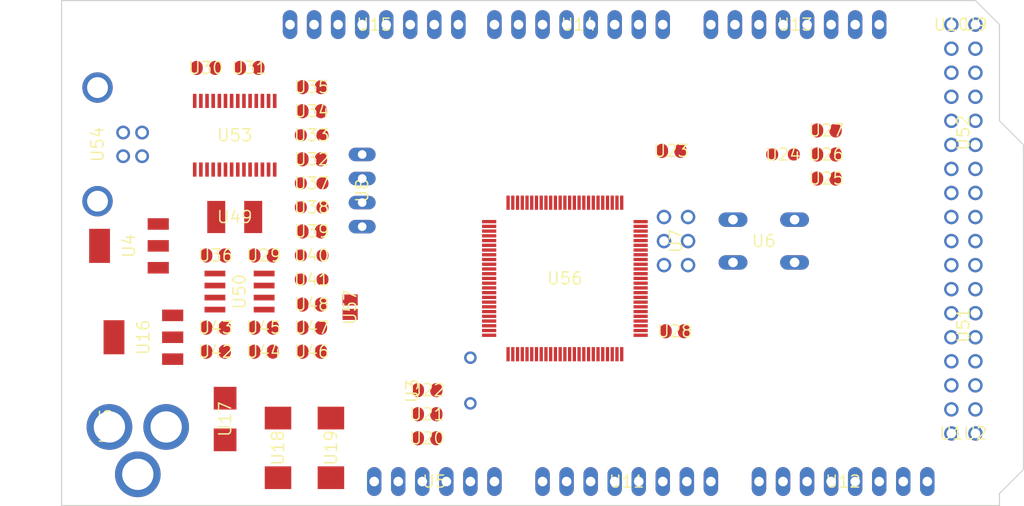
<source format=kicad_pcb>
(kicad_pcb (version 20221018) (generator pcbnew)
  (layers (0 "F.Cu" signal "Top") (31 "B.Cu" signal "Bottom") (34 "B.Paste" user) (35 "F.Paste" user) (36 "B.SilkS" user "B.Silkscreen") (37 "F.SilkS" user "F.Silkscreen") (38 "B.Mask" user) (39 "F.Mask" user) (44 "Edge.Cuts" user))
  (net 0 "")
  (net 1 "+5V")
  (net 2 "GND")
  (net 3 "N$6")
  (net 4 "N$7")
  (net 5 "AREF")
  (net 6 "RESET")
  (net 7 "VIN")
  (net 8 "N$3")
  (net 9 "PWRIN")
  (net 10 "M8RXD")
  (net 11 "M8TXD")
  (net 12 "ADC0")
  (net 13 "ADC2")
  (net 14 "ADC1")
  (net 15 "ADC3")
  (net 16 "ADC4")
  (net 17 "ADC5")
  (net 18 "ADC6")
  (net 19 "ADC7")
  (net 20 "+3V3")
  (net 21 "SDA")
  (net 22 "SCL")
  (net 23 "ADC9")
  (net 24 "ADC8")
  (net 25 "ADC10")
  (net 26 "ADC11")
  (net 27 "ADC12")
  (net 28 "ADC13")
  (net 29 "ADC14")
  (net 30 "ADC15")
  (net 31 "PB3")
  (net 32 "PB2")
  (net 33 "PB1")
  (net 34 "PB5")
  (net 35 "PB4")
  (net 36 "PE5")
  (net 37 "PE4")
  (net 38 "PE3")
  (net 39 "PE1")
  (net 40 "PE0")
  (net 41 "N$15")
  (net 42 "N$53")
  (net 43 "N$54")
  (net 44 "N$55")
  (net 45 "D-")
  (net 46 "D+")
  (net 47 "N$60")
  (net 48 "DTR")
  (net 49 "USBVCC")
  (net 50 "N$2")
  (net 51 "N$4")
  (net 52 "GATE_CMD")
  (net 53 "CMP")
  (net 54 "PB6")
  (net 55 "PH3")
  (net 56 "PH4")
  (net 57 "PH5")
  (net 58 "PH6")
  (net 59 "PG5")
  (net 60 "RXD1")
  (net 61 "TXD1")
  (net 62 "RXD2")
  (net 63 "RXD3")
  (net 64 "TXD2")
  (net 65 "TXD3")
  (net 66 "PC0")
  (net 67 "PC1")
  (net 68 "PC2")
  (net 69 "PC3")
  (net 70 "PC4")
  (net 71 "PC5")
  (net 72 "PC6")
  (net 73 "PC7")
  (net 74 "PB0")
  (net 75 "PG0")
  (net 76 "PG1")
  (net 77 "PG2")
  (net 78 "PD7")
  (net 79 "PA0")
  (net 80 "PA1")
  (net 81 "PA2")
  (net 82 "PA3")
  (net 83 "PA4")
  (net 84 "PA5")
  (net 85 "PA6")
  (net 86 "PA7")
  (net 87 "PL0")
  (net 88 "PL1")
  (net 89 "PL2")
  (net 90 "PL3")
  (net 91 "PL4")
  (net 92 "PL5")
  (net 93 "PL6")
  (net 94 "PL7")
  (net 95 "PB7")
  (net 96 "CTS")
  (net 97 "DSR")
  (net 98 "DCD")
  (net 99 "RI")
  (footprint "Arduino_MEGA_Reference_Design:2X03" (layer "F.Cu") (at 162.5981 103.7336 -90)
    (fp_text reference "U7")
    (fp_text value "")
  )
  (footprint "Arduino_MEGA_Reference_Design:1X08" (layer "F.Cu") (at 152.3111 80.8736 180)
    (fp_text reference "U14")
    (fp_text value "")
  )
  (footprint "Arduino_MEGA_Reference_Design:1X08" (layer "F.Cu") (at 130.7211 80.8736 180)
    (fp_text reference "U15")
    (fp_text value "")
  )
  (footprint "Arduino_MEGA_Reference_Design:SMC_D" (layer "F.Cu") (at 120.5611 125.5776 -90)
    (fp_text reference "U18")
    (fp_text value "")
  )
  (footprint "Arduino_MEGA_Reference_Design:SMC_D" (layer "F.Cu") (at 126.1491 125.5776 -90)
    (fp_text reference "U19")
    (fp_text value "")
  )
  (footprint "Arduino_MEGA_Reference_Design:B3F-10XX" (layer "F.Cu") (at 171.8691 103.7336 180)
    (fp_text reference "U6")
    (fp_text value "")
  )
  (footprint "Arduino_MEGA_Reference_Design:0805RND" (layer "F.Cu") (at 173.9011 94.5896 180)
    (fp_text reference "U24")
    (fp_text value "")
  )
  (footprint "Arduino_MEGA_Reference_Design:SMB" (layer "F.Cu") (at 114.9731 122.5296 -90)
    (fp_text reference "U17")
    (fp_text value "")
  )
  (footprint "Arduino_MEGA_Reference_Design:DC-21MM" (layer "F.Cu") (at 103.0351 123.2916 90)
    (fp_text reference "U55")
    (fp_text value "")
  )
  (footprint "Arduino_MEGA_Reference_Design:HC49_S" (layer "F.Cu") (at 140.8811 118.4656 90)
    (fp_text reference "U3")
    (fp_text value "")
  )
  (footprint "Arduino_MEGA_Reference_Design:SOT223" (layer "F.Cu") (at 106.3371 113.8936 90)
    (fp_text reference "U16")
    (fp_text value "")
  )
  (footprint "Arduino_MEGA_Reference_Design:1X06" (layer "F.Cu") (at 137.0711 129.1336)
    (fp_text reference "U5")
    (fp_text value "")
  )
  (footprint "Arduino_MEGA_Reference_Design:C0805RND" (layer "F.Cu") (at 124.1171 87.4776)
    (fp_text reference "U35")
    (fp_text value "")
  )
  (footprint "Arduino_MEGA_Reference_Design:C0805RND" (layer "F.Cu") (at 162.4711 113.2586)
    (fp_text reference "U28")
    (fp_text value "")
  )
  (footprint "Arduino_MEGA_Reference_Design:C0805RND" (layer "F.Cu") (at 136.3091 122.0216)
    (fp_text reference "U21")
    (fp_text value "")
  )
  (footprint "Arduino_MEGA_Reference_Design:C0805RND" (layer "F.Cu") (at 136.3091 119.4816)
    (fp_text reference "U22")
    (fp_text value "")
  )
  (footprint "Arduino_MEGA_Reference_Design:C0805RND" (layer "F.Cu") (at 113.9571 112.8776)
    (fp_text reference "U43")
    (fp_text value "")
  )
  (footprint "Arduino_MEGA_Reference_Design:RCL_0805RND" (layer "F.Cu") (at 124.1171 105.2576)
    (fp_text reference "U40")
    (fp_text value "")
  )
  (footprint "Arduino_MEGA_Reference_Design:RCL_0805RND" (layer "F.Cu") (at 124.1171 107.7976)
    (fp_text reference "U41")
    (fp_text value "")
  )
  (footprint "Arduino_MEGA_Reference_Design:1X08" (layer "F.Cu") (at 157.3911 129.1336)
    (fp_text reference "U11")
    (fp_text value "")
  )
  (footprint "Arduino_MEGA_Reference_Design:1X08" (layer "F.Cu") (at 175.1711 80.8736 180)
    (fp_text reference "U13")
    (fp_text value "")
  )
  (footprint "Arduino_MEGA_Reference_Design:R0805RND" (layer "F.Cu") (at 178.4731 94.5896 180)
    (fp_text reference "U26")
    (fp_text value "")
  )
  (footprint "Arduino_MEGA_Reference_Design:R0805RND" (layer "F.Cu") (at 178.4731 92.0496 180)
    (fp_text reference "U27")
    (fp_text value "")
  )
  (footprint "Arduino_MEGA_Reference_Design:TQFP100" (layer "F.Cu") (at 150.86109924316406 107.68251037597656 0)
    (fp_text reference "U56")
    (fp_text value "")
  )
  (footprint "Arduino_MEGA_Reference_Design:C0805RND" (layer "F.Cu") (at 162.0901 94.2086 180)
    (fp_text reference "U23")
    (fp_text value "")
  )
  (footprint "Arduino_MEGA_Reference_Design:C0805RND" (layer "F.Cu") (at 136.3091 124.5616)
    (fp_text reference "U20")
    (fp_text value "")
  )
  (footprint "Arduino_MEGA_Reference_Design:1X08" (layer "F.Cu") (at 180.2511 129.1336)
    (fp_text reference "U12")
    (fp_text value "")
  )
  (footprint "Arduino_MEGA_Reference_Design:R0805RND" (layer "F.Cu") (at 124.1171 112.8776)
    (fp_text reference "U47")
    (fp_text value "")
  )
  (footprint "Arduino_MEGA_Reference_Design:C0805RND" (layer "F.Cu") (at 124.1171 115.4176)
    (fp_text reference "U46")
    (fp_text value "")
  )
  (footprint "Arduino_MEGA_Reference_Design:C0805RND" (layer "F.Cu") (at 113.9571 105.2576)
    (fp_text reference "U36")
    (fp_text value "")
  )
  (footprint "Arduino_MEGA_Reference_Design:C0805RND" (layer "F.Cu") (at 112.9411 85.4456)
    (fp_text reference "U30")
    (fp_text value "")
  )
  (footprint "Arduino_MEGA_Reference_Design:0805RND" (layer "F.Cu") (at 124.1171 100.1776 180)
    (fp_text reference "U38")
    (fp_text value "")
  )
  (footprint "Arduino_MEGA_Reference_Design:0805RND" (layer "F.Cu") (at 124.1171 97.6376 180)
    (fp_text reference "U37")
    (fp_text value "")
  )
  (footprint "Arduino_MEGA_Reference_Design:R0805RND" (layer "F.Cu") (at 124.1171 95.0976)
    (fp_text reference "U32")
    (fp_text value "")
  )
  (footprint "Arduino_MEGA_Reference_Design:R0805RND" (layer "F.Cu") (at 124.1171 102.7176)
    (fp_text reference "U39")
    (fp_text value "")
  )
  (footprint "Arduino_MEGA_Reference_Design:SSOP28" (layer "F.Cu") (at 115.9891 92.5576)
    (fp_text reference "U53")
    (fp_text value "")
  )
  (footprint "Arduino_MEGA_Reference_Design:PN61729" (layer "F.Cu") (at 98.9584 93.5228 -90)
    (fp_text reference "U54")
    (fp_text value "")
  )
  (footprint "Arduino_MEGA_Reference_Design:L1812" (layer "F.Cu") (at 115.9891 101.1936)
    (fp_text reference "U49")
    (fp_text value "")
  )
  (footprint "Arduino_MEGA_Reference_Design:C0805RND" (layer "F.Cu") (at 117.5131 85.4456)
    (fp_text reference "U31")
    (fp_text value "")
  )
  (footprint "Arduino_MEGA_Reference_Design:0805RND" (layer "F.Cu") (at 124.1171 92.5576 180)
    (fp_text reference "U33")
    (fp_text value "")
  )
  (footprint "Arduino_MEGA_Reference_Design:R0805RND" (layer "F.Cu") (at 124.1171 90.0176 180)
    (fp_text reference "U34")
    (fp_text value "")
  )
  (footprint "Arduino_MEGA_Reference_Design:C0805RND" (layer "F.Cu") (at 124.1171 110.4392 180)
    (fp_text reference "U48")
    (fp_text value "")
  )
  (footprint "Arduino_MEGA_Reference_Design:SOT223" (layer "F.Cu") (at 104.8131 104.2416 90)
    (fp_text reference "U4")
    (fp_text value "")
  )
  (footprint "Arduino_MEGA_Reference_Design:SO08" (layer "F.Cu") (at 116.4971 109.0676 -90)
    (fp_text reference "U50")
    (fp_text value "")
  )
  (footprint "Arduino_MEGA_Reference_Design:R0805RND" (layer "F.Cu") (at 113.9571 115.4176 180)
    (fp_text reference "U42")
    (fp_text value "")
  )
  (footprint "Arduino_MEGA_Reference_Design:R0805RND" (layer "F.Cu") (at 119.0371 112.8776 180)
    (fp_text reference "U45")
    (fp_text value "")
  )
  (footprint "Arduino_MEGA_Reference_Design:C0805RND" (layer "F.Cu") (at 119.0371 115.4176 180)
    (fp_text reference "U44")
    (fp_text value "")
  )
  (footprint "Arduino_MEGA_Reference_Design:C0805RND" (layer "F.Cu") (at 119.0371 105.2576)
    (fp_text reference "U29")
    (fp_text value "")
  )
  (footprint "Arduino_MEGA_Reference_Design:2X08" (layer "F.Cu") (at 192.9511 92.3036 90)
    (fp_text reference "U52")
    (fp_text value "")
  )
  (footprint "Arduino_MEGA_Reference_Design:2X08" (layer "F.Cu") (at 192.9511 112.6236 90)
    (fp_text reference "U51")
    (fp_text value "")
  )
  (footprint "Arduino_MEGA_Reference_Design:R0805RND" (layer "F.Cu") (at 178.4731 97.1296 180)
    (fp_text reference "U25")
    (fp_text value "")
  )
  (footprint "Arduino_MEGA_Reference_Design:1X01" (layer "F.Cu") (at 191.6811 80.8736)
    (fp_text reference "U10")
    (fp_text value "")
  )
  (footprint "Arduino_MEGA_Reference_Design:1X01" (layer "F.Cu") (at 194.2211 80.8736)
    (fp_text reference "U9")
    (fp_text value "")
  )
  (footprint "Arduino_MEGA_Reference_Design:1X01" (layer "F.Cu") (at 191.6811 124.0536)
    (fp_text reference "U1")
    (fp_text value "")
  )
  (footprint "Arduino_MEGA_Reference_Design:1X01" (layer "F.Cu") (at 194.2211 124.0536)
    (fp_text reference "U2")
    (fp_text value "")
  )
  (footprint "Arduino_MEGA_Reference_Design:SJ" (layer "F.Cu") (at 128.1811 110.7186 -90)
    (fp_text reference "U57")
    (fp_text value "")
  )
  (footprint "Arduino_MEGA_Reference_Design:JP4" (layer "F.Cu") (at 129.4511 98.3996 -90)
    (fp_text reference "U8")
    (fp_text value "")
  )
  (gr_line (start 196.7611 80.8736) (end 196.7611 91.0336) (layer "Edge.Cuts") (width 0.12))
  (gr_line (start 196.7611 130.4036) (end 196.7611 131.6736) (layer "Edge.Cuts") (width 0.12))
  (gr_line (start 194.2211 78.3336) (end 196.7611 80.8736) (layer "Edge.Cuts") (width 0.12))
  (gr_line (start 97.7011 78.3336) (end 194.2211 78.3336) (layer "Edge.Cuts") (width 0.12))
  (gr_line (start 196.7611 91.0336) (end 199.3011 93.5736) (layer "Edge.Cuts") (width 0.12))
  (gr_line (start 97.7011 131.6736) (end 97.7011 78.3336) (layer "Edge.Cuts") (width 0.12))
  (gr_line (start 196.7611 131.6736) (end 97.7011 131.6736) (layer "Edge.Cuts") (width 0.12))
  (gr_line (start 199.3011 93.5736) (end 199.3011 127.8636) (layer "Edge.Cuts") (width 0.12))
  (gr_line (start 199.3011 127.8636) (end 196.7611 130.4036) (layer "Edge.Cuts") (width 0.12))
)
</source>
